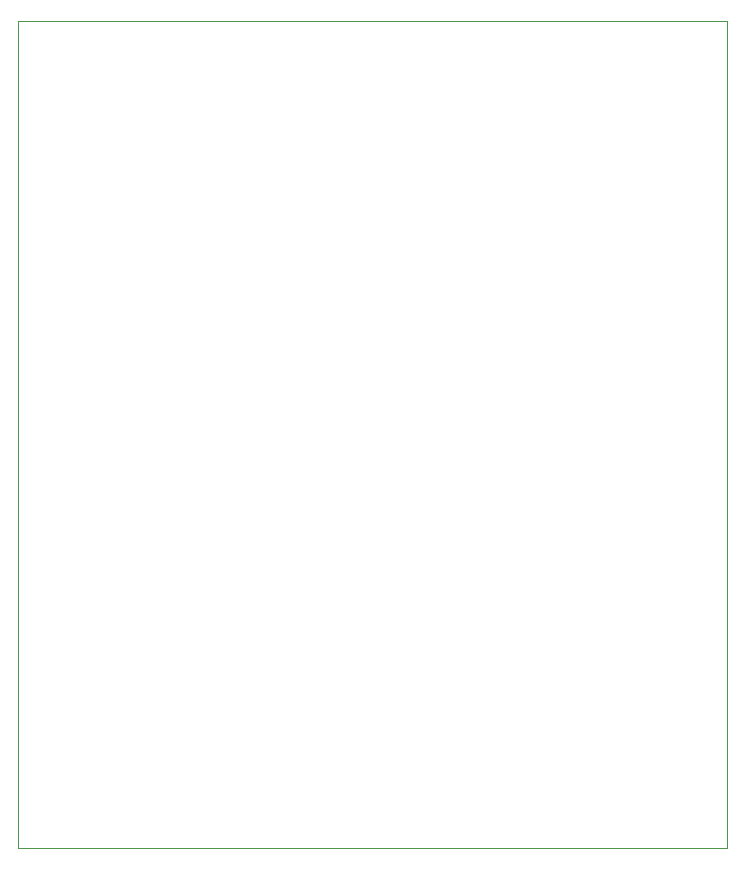
<source format=gbr>
%TF.GenerationSoftware,KiCad,Pcbnew,9.0.6*%
%TF.CreationDate,2025-12-10T20:02:50+01:00*%
%TF.ProjectId,oppakkerV3,6f707061-6b6b-4657-9256-332e6b696361,rev?*%
%TF.SameCoordinates,Original*%
%TF.FileFunction,Profile,NP*%
%FSLAX46Y46*%
G04 Gerber Fmt 4.6, Leading zero omitted, Abs format (unit mm)*
G04 Created by KiCad (PCBNEW 9.0.6) date 2025-12-10 20:02:50*
%MOMM*%
%LPD*%
G01*
G04 APERTURE LIST*
%TA.AperFunction,Profile*%
%ADD10C,0.050000*%
%TD*%
G04 APERTURE END LIST*
D10*
X114500000Y-82500000D02*
X174500000Y-82500000D01*
X174500000Y-152500000D01*
X114500000Y-152500000D01*
X114500000Y-82500000D01*
M02*

</source>
